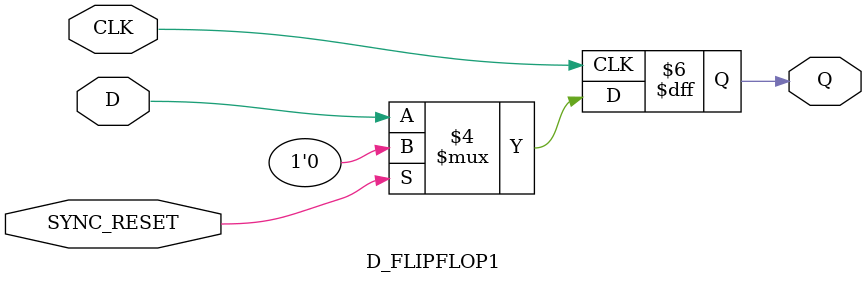
<source format=v>
`timescale 1ns / 1ps


module D_FLIPFLOP1(D,CLK,SYNC_RESET,Q);
input D; // Data input 
input CLK; // clock input 
input SYNC_RESET; // synchronous reset 
output reg Q; // output Q 
always @(posedge CLK) 
begin
 if(SYNC_RESET==1'b1)
  Q <= 1'b0; 
 else 
  Q <= D; 
end 
endmodule

</source>
